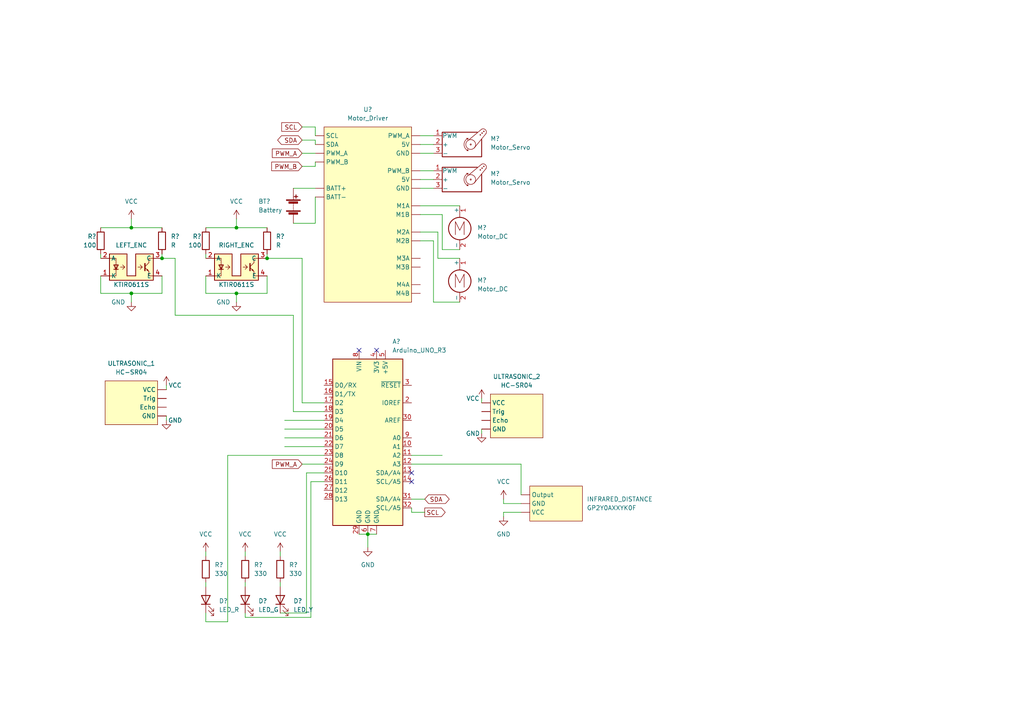
<source format=kicad_sch>
(kicad_sch (version 20211123) (generator eeschema)
  (paper "A4")
  (lib_symbols
    (symbol "Device:Battery" (pin_numbers hide) (pin_names (offset 0) hide)
      (property "Reference" "BT" (at 2.54 2.54 0))
      (property "Value" "Battery" (at 2.54 0 0))
      (symbol "Battery_0_1"
        (rectangle (start -2.032 -1.397) (end 2.032 -1.651) (fill (type outline)))
        (rectangle (start -2.032 1.778) (end 2.032 1.524) (fill (type outline)))
        (rectangle (start -1.3208 -1.9812) (end 1.27 -2.4892) (fill (type outline)))
        (rectangle (start -1.3208 1.1938) (end 1.27 0.6858) (fill (type outline)))
        (polyline (pts (xy 0 -1.524) (xy 0 -1.27)))
        (polyline (pts (xy 0 -1.016) (xy 0 -0.762)))
        (polyline (pts (xy 0 -0.508) (xy 0 -0.254)))
        (polyline (pts (xy 0 0) (xy 0 0.254)))
        (polyline (pts (xy 0 0.508) (xy 0 0.762)))
        (polyline (pts (xy 0 1.778) (xy 0 2.54)))
        (polyline (pts (xy 0.254 2.667) (xy 1.27 2.667)) (stroke (width 0.254)))
        (polyline (pts (xy 0.762 3.175) (xy 0.762 2.159)) (stroke (width 0.254)))
      )
      (symbol "Battery_1_1"
        (pin passive line (at 0 5.08 270) (length 2.54) (name "+") (number "1"))
        (pin passive line (at 0 -5.08 90) (length 2.54) (name "-") (number "2"))
      )
    )
    (symbol "Device:LED" (pin_numbers hide) (pin_names (offset 1.016) hide)
      (property "Reference" "D" (at 0 2.54 0))
      (property "Value" "LED" (at 0 -2.54 0))
      (symbol "LED_0_1"
        (polyline (pts (xy -1.27 -1.27) (xy -1.27 1.27)) (stroke (width 0.254)))
        (polyline (pts (xy -1.27 0) (xy 1.27 0)))
        (polyline (pts (xy 1.27 -1.27) (xy 1.27 1.27) (xy -1.27 0) (xy 1.27 -1.27)) (stroke (width 0.254)))
        (polyline (pts (xy -3.048 -0.762) (xy -4.572 -2.286) (xy -3.81 -2.286) (xy -4.572 -2.286) (xy -4.572 -1.524)))
        (polyline (pts (xy -1.778 -0.762) (xy -3.302 -2.286) (xy -2.54 -2.286) (xy -3.302 -2.286) (xy -3.302 -1.524)))
      )
      (symbol "LED_1_1"
        (pin passive line (at -3.81 0 0) (length 2.54) (name "K") (number "1"))
        (pin passive line (at 3.81 0 180) (length 2.54) (name "A") (number "2"))
      )
    )
    (symbol "Device:R" (pin_numbers hide) (pin_names (offset 0))
      (property "Reference" "R" (at 2.032 0 90))
      (property "Value" "R" (at 0 0 90))
      (symbol "R_0_1"
        (rectangle (start -1.016 -2.54) (end 1.016 2.54) (stroke (width 0.254)))
      )
      (symbol "R_1_1"
        (pin passive line (at 0 3.81 270) (length 1.27) (name "~") (number "1"))
        (pin passive line (at 0 -3.81 90) (length 1.27) (name "~") (number "2"))
      )
    )
    (symbol "Integrated_Design_Project:GP2Y0AXXYK0F"
      (property "Reference" "U" (at 0 10.16 0))
      (property "Value" "GP2Y0AXXYK0F" (at 0 7.62 0))
      (symbol "GP2Y0AXXYK0F_0_1"
        (rectangle (start -7.62 5.08) (end 7.62 -5.08) (fill (type background)))
      )
      (symbol "GP2Y0AXXYK0F_1_1"
        (pin power_in line (at -10.16 0 0) (length 2.54) (name "GND") (number ""))
        (pin output line (at -10.16 2.54 0) (length 2.54) (name "Output") (number ""))
        (pin power_in line (at -10.16 -2.54 0) (length 2.54) (name "VCC") (number ""))
      )
    )
    (symbol "Integrated_Design_Project:HC-SR04"
      (property "Reference" "U" (at 0 10.16 0))
      (property "Value" "HC-SR04" (at 0 6.35 0))
      (symbol "HC-SR04_0_1"
        (rectangle (start -7.62 5.08) (end 7.62 -7.62) (fill (type background)))
      )
      (symbol "HC-SR04_1_1"
        (pin output line (at -10.16 -2.54 0) (length 2.54) (name "Echo") (number ""))
        (pin power_in line (at -10.16 -5.08 0) (length 2.54) (name "GND") (number ""))
        (pin input line (at -10.16 0 0) (length 2.54) (name "Trig") (number ""))
        (pin power_in line (at -10.16 2.54 0) (length 2.54) (name "VCC") (number ""))
      )
    )
    (symbol "Integrated_Design_Project:KTIR0611S"
      (property "Reference" "U" (at 0 5.08 0))
      (property "Value" "KTIR0611S" (at 0 7.62 0))
      (symbol "KTIR0611S_0_1"
        (polyline (pts (xy -5.08 -0.635) (xy -3.81 -0.635)) (stroke (width 0.254)))
        (polyline (pts (xy -1.905 0) (xy -2.54 -0.635)))
        (polyline (pts (xy 3.175 0) (xy 2.54 -0.635)))
        (polyline (pts (xy 3.937 -0.127) (xy 5.08 -1.27)))
        (polyline (pts (xy 3.937 0.127) (xy 5.08 1.27)))
        (polyline (pts (xy -3.175 0) (xy -1.905 0) (xy -2.54 0.635)))
        (polyline (pts (xy 1.905 0) (xy 3.175 0) (xy 2.54 0.635)))
        (polyline (pts (xy 3.937 1.016) (xy 3.937 -1.016) (xy 3.937 -1.016)) (stroke (width 0.3556)))
        (polyline (pts (xy 5.08 -1.27) (xy 5.08 -2.54) (xy 6.35 -2.54)))
        (polyline (pts (xy 5.08 1.27) (xy 5.08 2.54) (xy 6.35 2.54)))
        (polyline (pts (xy -6.35 -2.54) (xy -4.445 -2.54) (xy -4.445 2.54) (xy -6.35 2.54)))
        (polyline (pts (xy -4.445 -0.635) (xy -5.08 0.635) (xy -3.81 0.635) (xy -4.445 -0.635)) (stroke (width 0.254)))
        (polyline (pts (xy 4.953 -1.143) (xy 4.699 -0.635) (xy 4.445 -0.889) (xy 4.953 -1.143)))
        (polyline (pts (xy -6.35 -3.81) (xy 6.35 -3.81) (xy 6.35 3.81) (xy 1.27 3.81) (xy 1.27 -2.54) (xy -1.27 -2.54) (xy -1.27 3.81) (xy -6.35 3.81) (xy -6.35 -3.81)) (stroke (width 0.254)) (fill (type background)))
      )
      (symbol "KTIR0611S_1_1"
        (pin passive line (at -8.89 -2.54 0) (length 2.54) (name "K") (number "1"))
        (pin passive line (at -8.89 2.54 0) (length 2.54) (name "A") (number "2"))
        (pin open_collector line (at 8.89 2.54 180) (length 2.54) (name "C") (number "3"))
        (pin open_emitter line (at 8.89 -2.54 180) (length 2.54) (name "E") (number "4"))
      )
    )
    (symbol "Integrated_Design_Project:Motor_Driver"
      (property "Reference" "U" (at 0 0 0))
      (property "Value" "Motor_Driver" (at 0 -2.54 0))
      (symbol "Motor_Driver_0_1"
        (rectangle (start -12.7 -5.08) (end 12.7 -55.88) (fill (type background)))
      )
      (symbol "Motor_Driver_1_1"
        (pin power_out line (at 15.24 -20.32 180) (length 2.54) (name "5V") (number ""))
        (pin power_out line (at 15.24 -10.16 180) (length 2.54) (name "5V") (number ""))
        (pin power_in line (at -15.24 -22.86 0) (length 2.54) (name "BATT+") (number ""))
        (pin power_in line (at -15.24 -25.4 0) (length 2.54) (name "BATT-") (number ""))
        (pin power_out line (at 15.24 -22.86 180) (length 2.54) (name "GND") (number ""))
        (pin power_out line (at 15.24 -12.7 180) (length 2.54) (name "GND") (number ""))
        (pin bidirectional line (at 15.24 -27.94 180) (length 2.54) (name "M1A") (number ""))
        (pin bidirectional line (at 15.24 -30.48 180) (length 2.54) (name "M1B") (number ""))
        (pin bidirectional line (at 15.24 -35.56 180) (length 2.54) (name "M2A") (number ""))
        (pin bidirectional line (at 15.24 -38.1 180) (length 2.54) (name "M2B") (number ""))
        (pin bidirectional line (at 15.24 -43.18 180) (length 2.54) (name "M3A") (number ""))
        (pin bidirectional line (at 15.24 -45.72 180) (length 2.54) (name "M3B") (number ""))
        (pin bidirectional line (at 15.24 -50.8 180) (length 2.54) (name "M4A") (number ""))
        (pin bidirectional line (at 15.24 -53.34 180) (length 2.54) (name "M4B") (number ""))
        (pin input line (at -15.24 -12.7 0) (length 2.54) (name "PWM_A") (number ""))
        (pin input line (at 15.24 -7.62 180) (length 2.54) (name "PWM_A") (number ""))
        (pin input line (at -15.24 -15.24 0) (length 2.54) (name "PWM_B") (number ""))
        (pin output line (at 15.24 -17.78 180) (length 2.54) (name "PWM_B") (number ""))
        (pin input line (at -15.24 -7.62 0) (length 2.54) (name "SCL") (number ""))
        (pin input line (at -15.24 -10.16 0) (length 2.54) (name "SDA") (number ""))
      )
    )
    (symbol "MCU_Module:Arduino_UNO_R3"
      (property "Reference" "A" (at -10.16 23.495 0))
      (property "Value" "Arduino_UNO_R3" (at 5.08 -26.67 0))
      (symbol "Arduino_UNO_R3_0_1"
        (rectangle (start -10.16 22.86) (end 10.16 -25.4) (stroke (width 0.254)) (fill (type background)))
      )
      (symbol "Arduino_UNO_R3_1_1"
        (pin no_connect line (at -10.16 -20.32 0) (length 2.54) hide (name "NC") (number "1"))
        (pin bidirectional line (at 12.7 -2.54 180) (length 2.54) (name "A1") (number "10"))
        (pin bidirectional line (at 12.7 -5.08 180) (length 2.54) (name "A2") (number "11"))
        (pin bidirectional line (at 12.7 -7.62 180) (length 2.54) (name "A3") (number "12"))
        (pin bidirectional line (at 12.7 -10.16 180) (length 2.54) (name "SDA/A4") (number "13"))
        (pin bidirectional line (at 12.7 -12.7 180) (length 2.54) (name "SCL/A5") (number "14"))
        (pin bidirectional line (at -12.7 15.24 0) (length 2.54) (name "D0/RX") (number "15"))
        (pin bidirectional line (at -12.7 12.7 0) (length 2.54) (name "D1/TX") (number "16"))
        (pin bidirectional line (at -12.7 10.16 0) (length 2.54) (name "D2") (number "17"))
        (pin bidirectional line (at -12.7 7.62 0) (length 2.54) (name "D3") (number "18"))
        (pin bidirectional line (at -12.7 5.08 0) (length 2.54) (name "D4") (number "19"))
        (pin output line (at 12.7 10.16 180) (length 2.54) (name "IOREF") (number "2"))
        (pin bidirectional line (at -12.7 2.54 0) (length 2.54) (name "D5") (number "20"))
        (pin bidirectional line (at -12.7 0 0) (length 2.54) (name "D6") (number "21"))
        (pin bidirectional line (at -12.7 -2.54 0) (length 2.54) (name "D7") (number "22"))
        (pin bidirectional line (at -12.7 -5.08 0) (length 2.54) (name "D8") (number "23"))
        (pin bidirectional line (at -12.7 -7.62 0) (length 2.54) (name "D9") (number "24"))
        (pin bidirectional line (at -12.7 -10.16 0) (length 2.54) (name "D10") (number "25"))
        (pin bidirectional line (at -12.7 -12.7 0) (length 2.54) (name "D11") (number "26"))
        (pin bidirectional line (at -12.7 -15.24 0) (length 2.54) (name "D12") (number "27"))
        (pin bidirectional line (at -12.7 -17.78 0) (length 2.54) (name "D13") (number "28"))
        (pin power_in line (at -2.54 -27.94 90) (length 2.54) (name "GND") (number "29"))
        (pin input line (at 12.7 15.24 180) (length 2.54) (name "~{RESET}") (number "3"))
        (pin input line (at 12.7 5.08 180) (length 2.54) (name "AREF") (number "30"))
        (pin bidirectional line (at 12.7 -17.78 180) (length 2.54) (name "SDA/A4") (number "31"))
        (pin bidirectional line (at 12.7 -20.32 180) (length 2.54) (name "SCL/A5") (number "32"))
        (pin power_out line (at 2.54 25.4 270) (length 2.54) (name "3V3") (number "4"))
        (pin power_out line (at 5.08 25.4 270) (length 2.54) (name "+5V") (number "5"))
        (pin power_in line (at 0 -27.94 90) (length 2.54) (name "GND") (number "6"))
        (pin power_in line (at 2.54 -27.94 90) (length 2.54) (name "GND") (number "7"))
        (pin power_in line (at -2.54 25.4 270) (length 2.54) (name "VIN") (number "8"))
        (pin bidirectional line (at 12.7 0 180) (length 2.54) (name "A0") (number "9"))
      )
    )
    (symbol "Motor:Motor_DC" (pin_names (offset 0))
      (property "Reference" "M" (at 2.54 2.54 0))
      (property "Value" "Motor_DC" (at 2.54 -5.08 0))
      (symbol "Motor_DC_0_0"
        (polyline (pts (xy -1.27 -3.302) (xy -1.27 0.508) (xy 0 -2.032) (xy 1.27 0.508) (xy 1.27 -3.302)))
      )
      (symbol "Motor_DC_0_1"
        (circle (center 0 -1.524) (radius 3.2512) (stroke (width 0.254)))
        (polyline (pts (xy 0 -7.62) (xy 0 -7.112)))
        (polyline (pts (xy 0 -4.7752) (xy 0 -5.1816)))
        (polyline (pts (xy 0 1.7272) (xy 0 2.0828)))
        (polyline (pts (xy 0 2.032) (xy 0 2.54)))
      )
      (symbol "Motor_DC_1_1"
        (pin passive line (at 0 5.08 270) (length 2.54) (name "+") (number "1"))
        (pin passive line (at 0 -7.62 90) (length 2.54) (name "-") (number "2"))
      )
    )
    (symbol "Motor:Motor_Servo" (pin_names (offset 0.0254))
      (property "Reference" "M" (at -5.08 4.445 0))
      (property "Value" "Motor_Servo" (at -5.08 -4.064 0))
      (symbol "Motor_Servo_0_1"
        (polyline (pts (xy 2.413 -1.778) (xy 2.032 -1.778)))
        (polyline (pts (xy 2.413 -1.778) (xy 2.286 -1.397)))
        (polyline (pts (xy 2.413 1.778) (xy 1.905 1.778)))
        (polyline (pts (xy 2.413 1.778) (xy 2.286 1.397)))
        (polyline (pts (xy 6.35 4.445) (xy 2.54 1.27)))
        (polyline (pts (xy 7.62 3.175) (xy 4.191 -1.016)))
        (polyline (pts (xy 5.08 3.556) (xy -5.08 3.556) (xy -5.08 -3.556) (xy 6.35 -3.556) (xy 6.35 1.524)) (stroke (width 0.254)))
        (arc (start 2.413 1.778) (mid 1.2406 0) (end 2.413 -1.778))
        (circle (center 3.175 0) (radius 0.1778))
        (circle (center 3.175 0) (radius 1.4224))
        (circle (center 5.969 2.794) (radius 0.127))
        (circle (center 6.477 3.302) (radius 0.127))
        (circle (center 6.985 3.81) (radius 0.127))
        (arc (start 7.62 3.175) (mid 7.4485 4.2735) (end 6.35 4.445))
      )
      (symbol "Motor_Servo_1_1"
        (pin passive line (at -7.62 2.54 0) (length 2.54) (name "PWM") (number "1"))
        (pin passive line (at -7.62 0 0) (length 2.54) (name "+") (number "2"))
        (pin passive line (at -7.62 -2.54 0) (length 2.54) (name "-") (number "3"))
      )
    )
    (symbol "power:GND" (power) (pin_names (offset 0))
      (property "Value" "GND" (at 0 -3.81 0))
      (symbol "GND_0_1"
        (polyline (pts (xy 0 0) (xy 0 -1.27) (xy 1.27 -1.27) (xy 0 -2.54) (xy -1.27 -1.27) (xy 0 -1.27)))
      )
      (symbol "GND_1_1"
        (pin power_in line (at 0 0 270) (length 0) hide (name "GND") (number "1"))
      )
    )
    (symbol "power:VCC" (power) (pin_names (offset 0))
      (property "Value" "VCC" (at 0 3.81 0))
      (symbol "VCC_0_1"
        (polyline (pts (xy -0.762 1.27) (xy 0 2.54)))
        (polyline (pts (xy 0 0) (xy 0 2.54)))
        (polyline (pts (xy 0 2.54) (xy 0.762 1.27)))
      )
      (symbol "VCC_1_1"
        (pin power_in line (at 0 0 90) (length 0) hide (name "VCC") (number "1"))
      )
    )
  )
  (junction (at 77.47 74.93))
  (junction (at 106.68 154.94))
  (junction (at 38.1 66.04))
  (junction (at 38.1 85.09))
  (junction (at 68.58 66.04))
  (junction (at 46.99 74.93))
  (junction (at 68.58 85.09))
  (no_connect (at 104.14 101.6))
  (no_connect (at 109.22 101.6))
  (no_connect (at 119.38 139.7))
  (no_connect (at 119.38 137.16))
  (wire (pts (xy 127 67.31) (xy 127 74.93)))
  (wire (pts (xy 71.12 161.29) (xy 71.12 160.02)))
  (wire (pts (xy 125.73 87.63) (xy 133.35 87.63)))
  (wire (pts (xy 88.9 177.8) (xy 81.28 177.8)))
  (wire (pts (xy 125.73 69.85) (xy 125.73 87.63)))
  (wire (pts (xy 38.1 85.09) (xy 46.99 85.09)))
  (wire (pts (xy 87.63 40.64) (xy 91.44 40.64)))
  (wire (pts (xy 91.44 39.37) (xy 91.44 36.83)))
  (wire (pts (xy 123.19 144.78) (xy 119.38 144.78)))
  (wire (pts (xy 71.12 168.91) (xy 71.12 170.18)))
  (wire (pts (xy 123.19 148.59) (xy 119.38 148.59)))
  (wire (pts (xy 29.21 73.66) (xy 29.21 74.93)))
  (wire (pts (xy 77.47 85.09) (xy 77.47 80.01)))
  (wire (pts (xy 121.92 41.91) (xy 125.73 41.91)))
  (wire (pts (xy 71.12 179.07) (xy 71.12 177.8)))
  (wire (pts (xy 68.58 85.09) (xy 77.47 85.09)))
  (wire (pts (xy 46.99 73.66) (xy 46.99 74.93)))
  (wire (pts (xy 121.92 39.37) (xy 125.73 39.37)))
  (wire (pts (xy 146.05 144.78) (xy 146.05 146.05)))
  (wire (pts (xy 82.55 121.92) (xy 93.98 121.92)))
  (wire (pts (xy 85.09 64.77) (xy 91.44 64.77)))
  (wire (pts (xy 121.92 69.85) (xy 125.73 69.85)))
  (wire (pts (xy 121.92 67.31) (xy 127 67.31)))
  (wire (pts (xy 87.63 44.45) (xy 91.44 44.45)))
  (wire (pts (xy 59.69 180.34) (xy 59.69 177.8)))
  (wire (pts (xy 85.09 91.44) (xy 85.09 119.38)))
  (wire (pts (xy 46.99 85.09) (xy 46.99 80.01)))
  (wire (pts (xy 106.68 154.94) (xy 109.22 154.94)))
  (wire (pts (xy 87.63 74.93) (xy 87.63 116.84)))
  (wire (pts (xy 38.1 63.5) (xy 38.1 66.04)))
  (wire (pts (xy 59.69 73.66) (xy 59.69 74.93)))
  (wire (pts (xy 106.68 154.94) (xy 106.68 158.75)))
  (wire (pts (xy 121.92 54.61) (xy 125.73 54.61)))
  (wire (pts (xy 121.92 59.69) (xy 133.35 59.69)))
  (wire (pts (xy 66.04 180.34) (xy 59.69 180.34)))
  (wire (pts (xy 48.26 111.76) (xy 48.26 113.03)))
  (wire (pts (xy 121.92 49.53) (xy 125.73 49.53)))
  (wire (pts (xy 119.38 132.08) (xy 128.27 132.08)))
  (wire (pts (xy 50.8 74.93) (xy 50.8 91.44)))
  (wire (pts (xy 90.17 179.07) (xy 71.12 179.07)))
  (wire (pts (xy 50.8 91.44) (xy 85.09 91.44)))
  (wire (pts (xy 87.63 134.62) (xy 93.98 134.62)))
  (wire (pts (xy 139.7 115.57) (xy 139.7 116.84)))
  (wire (pts (xy 59.69 85.09) (xy 68.58 85.09)))
  (wire (pts (xy 38.1 85.09) (xy 38.1 87.63)))
  (wire (pts (xy 87.63 48.26) (xy 91.44 48.26)))
  (wire (pts (xy 91.44 57.15) (xy 91.44 64.77)))
  (wire (pts (xy 38.1 66.04) (xy 46.99 66.04)))
  (wire (pts (xy 85.09 54.61) (xy 91.44 54.61)))
  (wire (pts (xy 77.47 73.66) (xy 77.47 74.93)))
  (wire (pts (xy 66.04 132.08) (xy 66.04 180.34)))
  (wire (pts (xy 68.58 87.63) (xy 68.58 85.09)))
  (wire (pts (xy 151.13 134.62) (xy 151.13 143.51)))
  (wire (pts (xy 146.05 148.59) (xy 146.05 149.86)))
  (wire (pts (xy 68.58 66.04) (xy 77.47 66.04)))
  (wire (pts (xy 81.28 161.29) (xy 81.28 160.02)))
  (wire (pts (xy 29.21 80.01) (xy 29.21 85.09)))
  (wire (pts (xy 104.14 154.94) (xy 106.68 154.94)))
  (wire (pts (xy 29.21 85.09) (xy 38.1 85.09)))
  (wire (pts (xy 151.13 148.59) (xy 146.05 148.59)))
  (wire (pts (xy 119.38 134.62) (xy 151.13 134.62)))
  (wire (pts (xy 87.63 116.84) (xy 93.98 116.84)))
  (wire (pts (xy 93.98 139.7) (xy 90.17 139.7)))
  (wire (pts (xy 48.26 120.65) (xy 48.26 121.92)))
  (wire (pts (xy 59.69 170.18) (xy 59.69 168.91)))
  (wire (pts (xy 38.1 66.04) (xy 29.21 66.04)))
  (wire (pts (xy 121.92 52.07) (xy 125.73 52.07)))
  (wire (pts (xy 119.38 148.59) (xy 119.38 147.32)))
  (wire (pts (xy 93.98 132.08) (xy 66.04 132.08)))
  (wire (pts (xy 82.55 127) (xy 93.98 127)))
  (wire (pts (xy 68.58 63.5) (xy 68.58 66.04)))
  (wire (pts (xy 77.47 74.93) (xy 87.63 74.93)))
  (wire (pts (xy 151.13 146.05) (xy 146.05 146.05)))
  (wire (pts (xy 133.35 72.39) (xy 128.27 72.39)))
  (wire (pts (xy 46.99 74.93) (xy 50.8 74.93)))
  (wire (pts (xy 127 74.93) (xy 133.35 74.93)))
  (wire (pts (xy 82.55 129.54) (xy 93.98 129.54)))
  (wire (pts (xy 139.7 124.46) (xy 139.7 125.73)))
  (wire (pts (xy 85.09 119.38) (xy 93.98 119.38)))
  (wire (pts (xy 59.69 160.02) (xy 59.69 161.29)))
  (wire (pts (xy 91.44 46.99) (xy 91.44 48.26)))
  (wire (pts (xy 88.9 137.16) (xy 88.9 177.8)))
  (wire (pts (xy 59.69 80.01) (xy 59.69 85.09)))
  (wire (pts (xy 68.58 66.04) (xy 59.69 66.04)))
  (wire (pts (xy 82.55 124.46) (xy 93.98 124.46)))
  (wire (pts (xy 91.44 40.64) (xy 91.44 41.91)))
  (wire (pts (xy 87.63 36.83) (xy 91.44 36.83)))
  (wire (pts (xy 90.17 139.7) (xy 90.17 179.07)))
  (wire (pts (xy 121.92 62.23) (xy 128.27 62.23)))
  (wire (pts (xy 88.9 137.16) (xy 93.98 137.16)))
  (wire (pts (xy 121.92 44.45) (xy 125.73 44.45)))
  (wire (pts (xy 128.27 72.39) (xy 128.27 62.23)))
  (wire (pts (xy 81.28 168.91) (xy 81.28 170.18)))
  (global_label "SCL" (shape input) (at 87.63 36.83 180) (property "Intersheet References" "${INTERSHEET_REFS}" (effects hide)))
  (global_label "SCL" (shape output) (at 123.19 148.59 0) (property "Intersheet References" "${INTERSHEET_REFS}" (effects hide)))
  (global_label "PWM_A" (shape input) (at 87.63 134.62 180) (property "Intersheet References" "${INTERSHEET_REFS}" (effects hide)))
  (global_label "SDA" (shape bidirectional) (at 87.63 40.64 180) (property "Intersheet References" "${INTERSHEET_REFS}" (effects hide)))
  (global_label "PWM_A" (shape input) (at 87.63 44.45 180) (property "Intersheet References" "${INTERSHEET_REFS}" (effects hide)))
  (global_label "SDA" (shape bidirectional) (at 123.19 144.78 0) (property "Intersheet References" "${INTERSHEET_REFS}" (effects hide)))
  (global_label "PWM_B" (shape input) (at 87.63 48.26 180) (property "Intersheet References" "${INTERSHEET_REFS}" (effects hide)))
  (symbol (lib_id "power:GND") (at 48.26 121.92 0) (unit 1)
    (property "Reference" "#PWR?" (effects hide))
    (property "Value" "GND" (at 50.8 121.92 0))
  )
  (symbol (lib_id "Device:R") (at 59.69 165.1 0) (unit 1)
    (property "Reference" "R?" (at 62.23 163.8299 0) (effects (justify left)))
    (property "Value" "330" (at 62.23 166.3699 0) (effects (justify left)))
  )
  (symbol (lib_id "Device:R") (at 59.69 69.85 0) (unit 1)
    (property "Reference" "R?" (at 55.88 68.58 0) (effects (justify left)))
    (property "Value" "100" (at 54.61 71.12 0) (effects (justify left)))
  )
  (symbol (lib_id "Device:LED") (at 81.28 173.99 90) (unit 1)
    (property "Reference" "D?" (at 85.09 174.3074 90) (effects (justify right)))
    (property "Value" "LED_Y" (at 85.09 176.8474 90) (effects (justify right)))
  )
  (symbol (lib_id "power:GND") (at 139.7 125.73 0) (mirror y) (unit 1)
    (property "Reference" "#PWR?" (effects hide))
    (property "Value" "GND" (at 137.16 125.73 0))
  )
  (symbol (lib_id "Integrated_Design_Project:KTIR0611S") (at 38.1 77.47 0) (unit 1)
    (property "Reference" "LEFT_ENC" (at 38.1 71.12 0))
    (property "Value" "KTIR0611S" (at 38.1 82.55 0))
  )
  (symbol (lib_id "power:GND") (at 68.58 87.63 0) (unit 1)
    (property "Reference" "#PWR?" (effects hide))
    (property "Value" "GND" (at 64.77 87.63 0))
  )
  (symbol (lib_id "MCU_Module:Arduino_UNO_R3") (at 106.68 127 0) (unit 1)
    (property "Reference" "A?" (at 113.7794 99.06 0) (effects (justify left)))
    (property "Value" "Arduino_UNO_R3" (at 113.7794 101.6 0) (effects (justify left)))
    (property "Footprint" "Module:Arduino_UNO_R3" (effects hide))
    (property "Datasheet" "https://www.arduino.cc/en/Main/arduinoBoardUno" (effects hide))
  )
  (symbol (lib_id "power:GND") (at 38.1 87.63 0) (unit 1)
    (property "Reference" "#PWR?" (effects hide))
    (property "Value" "GND" (at 34.29 87.63 0))
  )
  (symbol (lib_id "Device:LED") (at 71.12 173.99 90) (unit 1)
    (property "Reference" "D?" (at 74.93 174.3074 90) (effects (justify right)))
    (property "Value" "LED_G" (at 74.93 176.8474 90) (effects (justify right)))
  )
  (symbol (lib_id "power:VCC") (at 48.26 111.76 0) (unit 1)
    (property "Reference" "#PWR?" (effects hide))
    (property "Value" "VCC" (at 50.8 111.76 0))
  )
  (symbol (lib_id "Integrated_Design_Project:Motor_Driver") (at 106.68 31.75 0) (unit 1)
    (property "Reference" "U?" (at 106.68 31.75 0))
    (property "Value" "Motor_Driver" (at 106.68 34.29 0))
  )
  (symbol (lib_id "power:VCC") (at 81.28 160.02 0) (unit 1)
    (property "Reference" "#PWR?" (effects hide))
    (property "Value" "VCC" (at 81.28 154.94 0))
  )
  (symbol (lib_id "Device:R") (at 29.21 69.85 0) (unit 1)
    (property "Reference" "R?" (at 25.4 68.58 0) (effects (justify left)))
    (property "Value" "100" (at 24.13 71.12 0) (effects (justify left)))
  )
  (symbol (lib_id "Device:R") (at 81.28 165.1 0) (unit 1)
    (property "Reference" "R?" (at 83.82 163.8299 0) (effects (justify left)))
    (property "Value" "330" (at 83.82 166.3699 0) (effects (justify left)))
  )
  (symbol (lib_id "Device:R") (at 71.12 165.1 0) (unit 1)
    (property "Reference" "R?" (at 73.66 163.8299 0) (effects (justify left)))
    (property "Value" "330" (at 73.66 166.3699 0) (effects (justify left)))
  )
  (symbol (lib_id "Motor:Motor_DC") (at 133.35 64.77 0) (unit 1)
    (property "Reference" "M?" (at 138.43 66.0399 0) (effects (justify left)))
    (property "Value" "Motor_DC" (at 138.43 68.5799 0) (effects (justify left)))
  )
  (symbol (lib_id "Motor:Motor_Servo") (at 133.35 41.91 0) (unit 1)
    (property "Reference" "M?" (at 142.24 40.2065 0) (effects (justify left)))
    (property "Value" "Motor_Servo" (at 142.24 42.7465 0) (effects (justify left)))
  )
  (symbol (lib_id "power:GND") (at 146.05 149.86 0) (unit 1)
    (property "Reference" "#PWR?" (effects hide))
    (property "Value" "GND" (at 146.05 154.94 0))
  )
  (symbol (lib_id "Device:LED") (at 59.69 173.99 90) (unit 1)
    (property "Reference" "D?" (at 63.5 174.3074 90) (effects (justify right)))
    (property "Value" "LED_R" (at 63.5 176.8474 90) (effects (justify right)))
  )
  (symbol (lib_id "Device:R") (at 46.99 69.85 0) (unit 1)
    (property "Reference" "R?" (at 49.53 68.5799 0) (effects (justify left)))
    (property "Value" "R" (at 49.53 71.1199 0) (effects (justify left)))
  )
  (symbol (lib_id "Integrated_Design_Project:GP2Y0AXXYK0F") (at 161.29 146.05 0) (unit 1)
    (property "Reference" "INFRARED_DISTANCE" (at 170.18 144.7799 0) (effects (justify left)))
    (property "Value" "GP2Y0AXXYK0F" (at 170.18 147.3199 0) (effects (justify left)))
  )
  (symbol (lib_id "power:VCC") (at 68.58 63.5 0) (unit 1)
    (property "Reference" "#PWR?" (effects hide))
    (property "Value" "VCC" (at 68.58 58.42 0))
  )
  (symbol (lib_id "Integrated_Design_Project:KTIR0611S") (at 68.58 77.47 0) (unit 1)
    (property "Reference" "RIGHT_ENC" (at 68.58 71.12 0))
    (property "Value" "KTIR0611S" (at 68.58 82.55 0))
  )
  (symbol (lib_id "Integrated_Design_Project:HC-SR04") (at 149.86 119.38 0) (unit 1)
    (property "Reference" "ULTRASONIC_2" (at 149.86 109.22 0))
    (property "Value" "HC-SR04" (at 149.86 111.76 0))
  )
  (symbol (lib_id "power:GND") (at 106.68 158.75 0) (unit 1)
    (property "Reference" "#PWR?" (effects hide))
    (property "Value" "GND" (at 106.68 163.83 0))
  )
  (symbol (lib_id "power:VCC") (at 146.05 144.78 0) (unit 1)
    (property "Reference" "#PWR?" (effects hide))
    (property "Value" "VCC" (at 146.05 139.7 0))
  )
  (symbol (lib_id "Device:R") (at 77.47 69.85 180) (unit 1)
    (property "Reference" "R?" (at 80.01 68.5799 0) (effects (justify right)))
    (property "Value" "R" (at 80.01 71.1199 0) (effects (justify right)))
  )
  (symbol (lib_id "Motor:Motor_Servo") (at 133.35 52.07 0) (unit 1)
    (property "Reference" "M?" (at 142.24 50.3665 0) (effects (justify left)))
    (property "Value" "Motor_Servo" (at 142.24 52.9065 0) (effects (justify left)))
  )
  (symbol (lib_id "power:VCC") (at 139.7 115.57 0) (mirror y) (unit 1)
    (property "Reference" "#PWR?" (effects hide))
    (property "Value" "VCC" (at 137.16 115.57 0))
  )
  (symbol (lib_id "Integrated_Design_Project:HC-SR04") (at 38.1 115.57 0) (mirror y) (unit 1)
    (property "Reference" "ULTRASONIC_1" (at 38.1 105.41 0))
    (property "Value" "HC-SR04" (at 38.1 107.95 0))
  )
  (symbol (lib_id "power:VCC") (at 71.12 160.02 0) (unit 1)
    (property "Reference" "#PWR?" (effects hide))
    (property "Value" "VCC" (at 71.12 154.94 0))
  )
  (symbol (lib_id "power:VCC") (at 59.69 160.02 0) (unit 1)
    (property "Reference" "#PWR?" (effects hide))
    (property "Value" "VCC" (at 59.69 154.94 0))
  )
  (symbol (lib_id "power:VCC") (at 38.1 63.5 0) (unit 1)
    (property "Reference" "#PWR?" (effects hide))
    (property "Value" "VCC" (at 38.1 58.42 0))
  )
  (symbol (lib_id "Device:Battery") (at 85.09 59.69 0) (unit 1)
    (property "Reference" "BT?" (at 74.93 58.42 0) (effects (justify left)))
    (property "Value" "Battery" (at 74.93 60.96 0) (effects (justify left)))
  )
  (symbol (lib_id "Motor:Motor_DC") (at 133.35 80.01 0) (unit 1)
    (property "Reference" "M?" (at 138.43 81.2799 0) (effects (justify left)))
    (property "Value" "Motor_DC" (at 138.43 83.8199 0) (effects (justify left)))
  )
)
</source>
